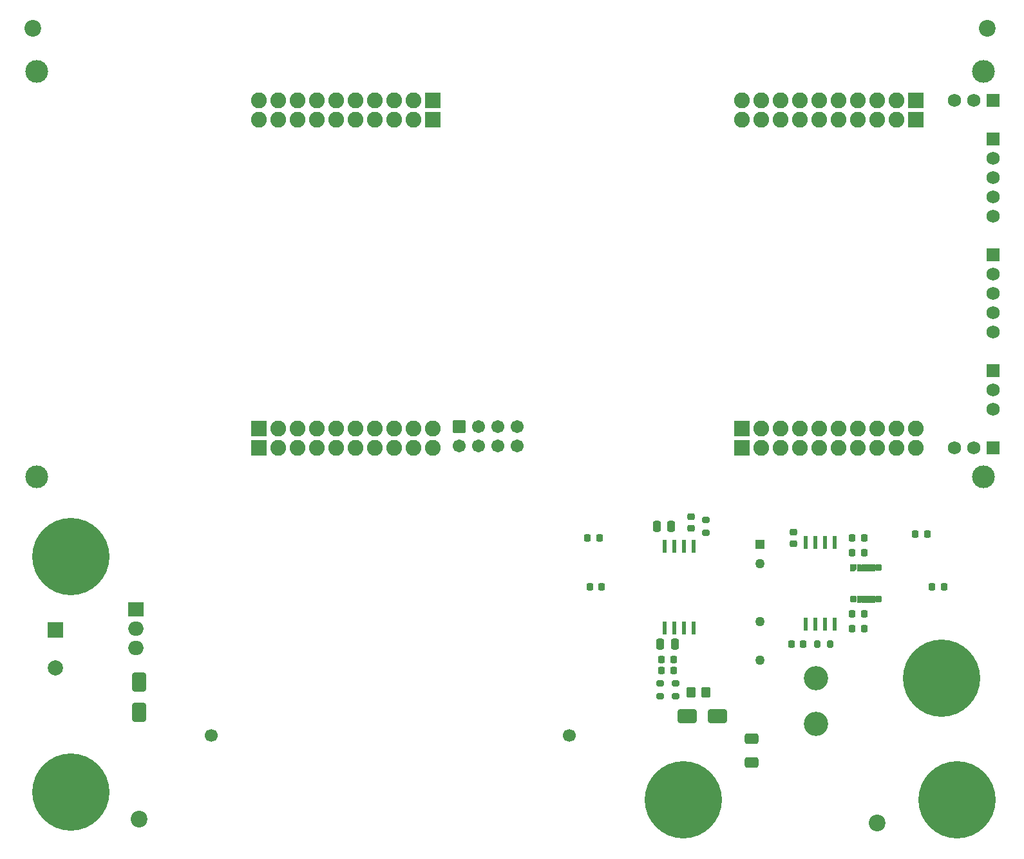
<source format=gbr>
G04 #@! TF.GenerationSoftware,KiCad,Pcbnew,8.0.8*
G04 #@! TF.CreationDate,2025-03-09T18:28:07-04:00*
G04 #@! TF.ProjectId,Power_Elec_Project,506f7765-725f-4456-9c65-635f50726f6a,1*
G04 #@! TF.SameCoordinates,Original*
G04 #@! TF.FileFunction,Soldermask,Top*
G04 #@! TF.FilePolarity,Negative*
%FSLAX46Y46*%
G04 Gerber Fmt 4.6, Leading zero omitted, Abs format (unit mm)*
G04 Created by KiCad (PCBNEW 8.0.8) date 2025-03-09 18:28:07*
%MOMM*%
%LPD*%
G01*
G04 APERTURE LIST*
G04 Aperture macros list*
%AMRoundRect*
0 Rectangle with rounded corners*
0 $1 Rounding radius*
0 $2 $3 $4 $5 $6 $7 $8 $9 X,Y pos of 4 corners*
0 Add a 4 corners polygon primitive as box body*
4,1,4,$2,$3,$4,$5,$6,$7,$8,$9,$2,$3,0*
0 Add four circle primitives for the rounded corners*
1,1,$1+$1,$2,$3*
1,1,$1+$1,$4,$5*
1,1,$1+$1,$6,$7*
1,1,$1+$1,$8,$9*
0 Add four rect primitives between the rounded corners*
20,1,$1+$1,$2,$3,$4,$5,0*
20,1,$1+$1,$4,$5,$6,$7,0*
20,1,$1+$1,$6,$7,$8,$9,0*
20,1,$1+$1,$8,$9,$2,$3,0*%
G04 Aperture macros list end*
%ADD10C,0.010000*%
%ADD11RoundRect,0.250000X0.250000X0.475000X-0.250000X0.475000X-0.250000X-0.475000X0.250000X-0.475000X0*%
%ADD12RoundRect,0.225000X0.250000X-0.225000X0.250000X0.225000X-0.250000X0.225000X-0.250000X-0.225000X0*%
%ADD13C,2.200000*%
%ADD14C,1.700000*%
%ADD15C,3.000000*%
%ADD16RoundRect,0.102000X-0.939800X-0.939800X0.939800X-0.939800X0.939800X0.939800X-0.939800X0.939800X0*%
%ADD17C,2.083600*%
%ADD18RoundRect,0.102000X-0.762000X-0.762000X0.762000X-0.762000X0.762000X0.762000X-0.762000X0.762000X0*%
%ADD19C,1.728000*%
%ADD20RoundRect,0.102000X-0.750000X-0.750000X0.750000X-0.750000X0.750000X0.750000X-0.750000X0.750000X0*%
%ADD21C,1.704000*%
%ADD22RoundRect,0.218750X-0.218750X-0.256250X0.218750X-0.256250X0.218750X0.256250X-0.218750X0.256250X0*%
%ADD23C,10.160000*%
%ADD24R,0.558800X1.701800*%
%ADD25RoundRect,0.225000X0.225000X0.250000X-0.225000X0.250000X-0.225000X-0.250000X0.225000X-0.250000X0*%
%ADD26RoundRect,0.200000X-0.275000X0.200000X-0.275000X-0.200000X0.275000X-0.200000X0.275000X0.200000X0*%
%ADD27RoundRect,0.200000X-0.200000X-0.275000X0.200000X-0.275000X0.200000X0.275000X-0.200000X0.275000X0*%
%ADD28RoundRect,0.218750X0.218750X0.256250X-0.218750X0.256250X-0.218750X-0.256250X0.218750X-0.256250X0*%
%ADD29RoundRect,0.250000X-0.650000X1.000000X-0.650000X-1.000000X0.650000X-1.000000X0.650000X1.000000X0*%
%ADD30R,2.000000X1.905000*%
%ADD31O,2.000000X1.905000*%
%ADD32RoundRect,0.250000X-0.650000X0.412500X-0.650000X-0.412500X0.650000X-0.412500X0.650000X0.412500X0*%
%ADD33RoundRect,0.250000X1.000000X0.650000X-1.000000X0.650000X-1.000000X-0.650000X1.000000X-0.650000X0*%
%ADD34R,2.000000X2.000000*%
%ADD35C,2.000000*%
%ADD36C,3.200000*%
%ADD37R,1.270000X1.270000*%
%ADD38C,1.270000*%
%ADD39RoundRect,0.102000X-0.287500X-0.337500X0.287500X-0.337500X0.287500X0.337500X-0.287500X0.337500X0*%
%ADD40RoundRect,0.225000X-0.250000X0.225000X-0.250000X-0.225000X0.250000X-0.225000X0.250000X0.225000X0*%
%ADD41RoundRect,0.200000X0.275000X-0.200000X0.275000X0.200000X-0.275000X0.200000X-0.275000X-0.200000X0*%
%ADD42RoundRect,0.250000X-0.350000X-0.450000X0.350000X-0.450000X0.350000X0.450000X-0.350000X0.450000X0*%
G04 APERTURE END LIST*
D10*
X196250000Y-106600000D02*
X196000000Y-106850000D01*
X195475000Y-106850000D01*
X195475000Y-105975000D01*
X196250000Y-105975000D01*
X196250000Y-106600000D01*
G36*
X196250000Y-106600000D02*
G01*
X196000000Y-106850000D01*
X195475000Y-106850000D01*
X195475000Y-105975000D01*
X196250000Y-105975000D01*
X196250000Y-106600000D01*
G37*
X196850000Y-106100000D02*
X196950000Y-106100000D01*
X196950000Y-105975000D01*
X197450000Y-105975000D01*
X197450000Y-106850000D01*
X196350000Y-106850000D01*
X196350000Y-105975000D01*
X196850000Y-105975000D01*
X196850000Y-106100000D01*
G36*
X196850000Y-106100000D02*
G01*
X196950000Y-106100000D01*
X196950000Y-105975000D01*
X197450000Y-105975000D01*
X197450000Y-106850000D01*
X196350000Y-106850000D01*
X196350000Y-105975000D01*
X196850000Y-105975000D01*
X196850000Y-106100000D01*
G37*
X197450000Y-111025000D02*
X196950000Y-111025000D01*
X196950000Y-110900000D01*
X196850000Y-110900000D01*
X196850000Y-111025000D01*
X196350000Y-111025000D01*
X196350000Y-110150000D01*
X197450000Y-110150000D01*
X197450000Y-111025000D01*
G36*
X197450000Y-111025000D02*
G01*
X196950000Y-111025000D01*
X196950000Y-110900000D01*
X196850000Y-110900000D01*
X196850000Y-111025000D01*
X196350000Y-111025000D01*
X196350000Y-110150000D01*
X197450000Y-110150000D01*
X197450000Y-111025000D01*
G37*
X198050000Y-106100000D02*
X198150000Y-106100000D01*
X198150000Y-105975000D01*
X198650000Y-105975000D01*
X198650000Y-106850000D01*
X197550000Y-106850000D01*
X197550000Y-105975000D01*
X198050000Y-105975000D01*
X198050000Y-106100000D01*
G36*
X198050000Y-106100000D02*
G01*
X198150000Y-106100000D01*
X198150000Y-105975000D01*
X198650000Y-105975000D01*
X198650000Y-106850000D01*
X197550000Y-106850000D01*
X197550000Y-105975000D01*
X198050000Y-105975000D01*
X198050000Y-106100000D01*
G37*
X198650000Y-111025000D02*
X198150000Y-111025000D01*
X198150000Y-110900000D01*
X198050000Y-110900000D01*
X198050000Y-111025000D01*
X197550000Y-111025000D01*
X197550000Y-110150000D01*
X198650000Y-110150000D01*
X198650000Y-111025000D01*
G36*
X198650000Y-111025000D02*
G01*
X198150000Y-111025000D01*
X198150000Y-110900000D01*
X198050000Y-110900000D01*
X198050000Y-111025000D01*
X197550000Y-111025000D01*
X197550000Y-110150000D01*
X198650000Y-110150000D01*
X198650000Y-111025000D01*
G37*
D11*
X171950000Y-101000000D03*
X170050000Y-101000000D03*
D12*
X174500000Y-101275000D03*
X174500000Y-99725000D03*
D13*
X213500000Y-35500000D03*
D14*
X158500000Y-128500000D03*
X111500000Y-128500000D03*
D13*
X102000000Y-139500000D03*
D15*
X88540000Y-41160000D03*
X88540000Y-94500000D03*
X213000000Y-41160000D03*
X213000000Y-94500000D03*
D16*
X117750000Y-90690000D03*
D17*
X120290000Y-90690000D03*
X122830000Y-90690000D03*
X125370000Y-90690000D03*
X127910000Y-90690000D03*
X130450000Y-90690000D03*
X132990000Y-90690000D03*
X135530000Y-90690000D03*
X138070000Y-90690000D03*
X140610000Y-90690000D03*
D16*
X140610000Y-44970000D03*
D17*
X138070000Y-44970000D03*
X135530000Y-44970000D03*
X132990000Y-44970000D03*
X130450000Y-44970000D03*
X127910000Y-44970000D03*
X125370000Y-44970000D03*
X122830000Y-44970000D03*
X120290000Y-44970000D03*
X117750000Y-44970000D03*
D16*
X117750000Y-88150000D03*
D17*
X120290000Y-88150000D03*
X122830000Y-88150000D03*
X125370000Y-88150000D03*
X127910000Y-88150000D03*
X130450000Y-88150000D03*
X132990000Y-88150000D03*
X135530000Y-88150000D03*
X138070000Y-88150000D03*
X140610000Y-88150000D03*
D16*
X140610000Y-47510000D03*
D17*
X138070000Y-47510000D03*
X135530000Y-47510000D03*
X132990000Y-47510000D03*
X130450000Y-47510000D03*
X127910000Y-47510000D03*
X125370000Y-47510000D03*
X122830000Y-47510000D03*
X120290000Y-47510000D03*
X117750000Y-47510000D03*
D16*
X181250000Y-90690000D03*
D17*
X183790000Y-90690000D03*
X186330000Y-90690000D03*
X188870000Y-90690000D03*
X191410000Y-90690000D03*
X193950000Y-90690000D03*
X196490000Y-90690000D03*
X199030000Y-90690000D03*
X201570000Y-90690000D03*
X204110000Y-90690000D03*
D16*
X204110000Y-44970000D03*
D17*
X201570000Y-44970000D03*
X199030000Y-44970000D03*
X196490000Y-44970000D03*
X193950000Y-44970000D03*
X191410000Y-44970000D03*
X188870000Y-44970000D03*
X186330000Y-44970000D03*
X183790000Y-44970000D03*
X181250000Y-44970000D03*
D16*
X181250000Y-88150000D03*
D17*
X183790000Y-88150000D03*
X186330000Y-88150000D03*
X188870000Y-88150000D03*
X191410000Y-88150000D03*
X193950000Y-88150000D03*
X196490000Y-88150000D03*
X199030000Y-88150000D03*
X201570000Y-88150000D03*
X204110000Y-88150000D03*
D16*
X204110000Y-47510000D03*
D17*
X201570000Y-47510000D03*
X199030000Y-47510000D03*
X196490000Y-47510000D03*
X193950000Y-47510000D03*
X191410000Y-47510000D03*
X188870000Y-47510000D03*
X186330000Y-47510000D03*
X183790000Y-47510000D03*
X181250000Y-47510000D03*
D18*
X214270000Y-44970000D03*
D19*
X211730000Y-44970000D03*
X209190000Y-44970000D03*
D18*
X214270000Y-80530000D03*
D19*
X214270000Y-83070000D03*
X214270000Y-85610000D03*
D18*
X214270000Y-50050000D03*
D19*
X214270000Y-52590000D03*
X214270000Y-55130000D03*
X214270000Y-57670000D03*
X214270000Y-60210000D03*
D18*
X214270000Y-65290000D03*
D19*
X214270000Y-67830000D03*
X214270000Y-70370000D03*
X214270000Y-72910000D03*
X214270000Y-75450000D03*
D18*
X214270000Y-90690000D03*
D19*
X211730000Y-90690000D03*
X209190000Y-90690000D03*
D20*
X144094000Y-87916000D03*
D21*
X144094000Y-90456000D03*
X146634000Y-87916000D03*
X146634000Y-90456000D03*
X149174000Y-87916000D03*
X149174000Y-90456000D03*
X151714000Y-87916000D03*
X151714000Y-90456000D03*
D22*
X204000000Y-102000000D03*
X205575000Y-102000000D03*
D23*
X173500000Y-137000000D03*
D24*
X189595000Y-113884800D03*
X190865000Y-113884800D03*
X192135000Y-113884800D03*
X193405000Y-113884800D03*
X193405000Y-103115200D03*
X192135000Y-103115200D03*
X190865000Y-103115200D03*
X189595000Y-103115200D03*
D11*
X172400000Y-116500000D03*
X170500000Y-116500000D03*
D25*
X197275000Y-102500000D03*
X195725000Y-102500000D03*
D26*
X172500000Y-121675000D03*
X172500000Y-123325000D03*
D27*
X191175000Y-116500000D03*
X192825000Y-116500000D03*
D23*
X93000000Y-136000000D03*
D24*
X174905000Y-103615200D03*
X173635000Y-103615200D03*
X172365000Y-103615200D03*
X171095000Y-103615200D03*
X171095000Y-114384800D03*
X172365000Y-114384800D03*
X173635000Y-114384800D03*
X174905000Y-114384800D03*
D23*
X207500000Y-121000000D03*
X209500000Y-137000000D03*
D25*
X172225000Y-118500000D03*
X170675000Y-118500000D03*
D23*
X93000000Y-105000000D03*
D28*
X162500000Y-102500000D03*
X160925000Y-102500000D03*
D22*
X206212500Y-109000000D03*
X207787500Y-109000000D03*
D28*
X162787500Y-109000000D03*
X161212500Y-109000000D03*
D29*
X102000000Y-121500000D03*
X102000000Y-125500000D03*
D26*
X176500000Y-100175000D03*
X176500000Y-101825000D03*
D30*
X101555000Y-111960000D03*
D31*
X101555000Y-114500000D03*
X101555000Y-117040000D03*
D25*
X189275000Y-116500000D03*
X187725000Y-116500000D03*
D13*
X199000000Y-140000000D03*
D25*
X197275000Y-104500000D03*
X195725000Y-104500000D03*
D32*
X182500000Y-128937500D03*
X182500000Y-132062500D03*
D33*
X178000000Y-126000000D03*
X174000000Y-126000000D03*
D34*
X91000000Y-114632323D03*
D35*
X91000000Y-119632323D03*
D25*
X197275000Y-112500000D03*
X195725000Y-112500000D03*
X197275000Y-114500000D03*
X195725000Y-114500000D03*
X172225000Y-120000000D03*
X170675000Y-120000000D03*
D36*
X191000000Y-127000000D03*
X191000000Y-121000000D03*
D37*
X183575000Y-103350000D03*
D38*
X183575000Y-105890000D03*
X183575000Y-113510000D03*
X183575000Y-118590000D03*
D39*
X199137500Y-106412500D03*
X199137500Y-110587500D03*
X195862500Y-110587500D03*
D13*
X88000000Y-35500000D03*
D40*
X188000000Y-101725000D03*
X188000000Y-103275000D03*
D41*
X170500000Y-123325000D03*
X170500000Y-121675000D03*
D42*
X174500000Y-122825000D03*
X176500000Y-122825000D03*
M02*

</source>
